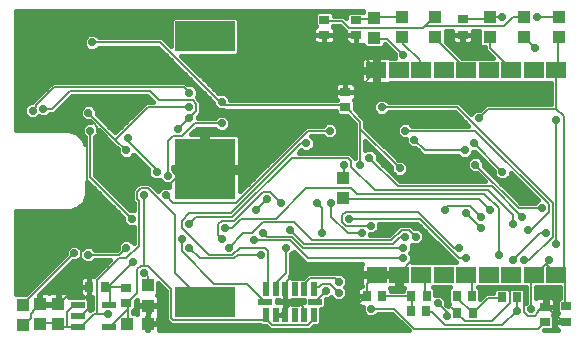
<source format=gbl>
G75*
G70*
%OFA0B0*%
%FSLAX24Y24*%
%IPPOS*%
%LPD*%
%AMOC8*
5,1,8,0,0,1.08239X$1,22.5*
%
%ADD10R,0.0394X0.0433*%
%ADD11R,0.0197X0.0472*%
%ADD12R,0.0472X0.0197*%
%ADD13R,0.0650X0.0551*%
%ADD14R,0.0276X0.0354*%
%ADD15R,0.0354X0.0276*%
%ADD16R,0.0433X0.0394*%
%ADD17R,0.0472X0.0217*%
%ADD18R,0.2000X0.1000*%
%ADD19R,0.2000X0.2000*%
%ADD20C,0.0060*%
%ADD21OC8,0.0280*%
%ADD22C,0.0160*%
D10*
X001093Y001869D03*
X001658Y001891D03*
X002277Y001888D03*
X002277Y002558D03*
X001658Y002560D03*
X001093Y002538D03*
X005275Y002514D03*
X005275Y003184D03*
X011787Y006109D03*
X011787Y006778D03*
D11*
X010795Y003068D03*
X010480Y003068D03*
X010165Y003068D03*
X009850Y003068D03*
X009535Y003068D03*
X009220Y003068D03*
X009220Y002202D03*
X009535Y002202D03*
X009850Y002202D03*
X010165Y002202D03*
X010480Y002202D03*
X010795Y002202D03*
D12*
X010834Y002635D03*
X009181Y002635D03*
D13*
X012891Y003544D03*
X013635Y003544D03*
X014384Y003544D03*
X015132Y003543D03*
X015883Y003545D03*
X016629Y003544D03*
X017382Y003544D03*
X018131Y003544D03*
X018880Y003544D03*
X018875Y010352D03*
X018131Y010351D03*
X017382Y010351D03*
X016634Y010352D03*
X015883Y010350D03*
X015137Y010351D03*
X014384Y010351D03*
X013635Y010351D03*
X012886Y010351D03*
D14*
X003833Y003142D03*
X003322Y003142D03*
X012570Y002824D03*
X013082Y002824D03*
X014051Y002823D03*
X014563Y002823D03*
X014556Y002339D03*
X014044Y002339D03*
X015582Y002258D03*
X016094Y002258D03*
X016072Y002820D03*
X015560Y002820D03*
X017059Y002797D03*
X017571Y002797D03*
D15*
X018493Y002475D03*
X018493Y001964D03*
X019212Y001973D03*
X019212Y002485D03*
X011852Y009124D03*
X011852Y009636D03*
X012207Y011518D03*
X012207Y012030D03*
X011146Y012046D03*
X011146Y011534D03*
X015757Y011542D03*
X015757Y012054D03*
X004552Y003106D03*
X004552Y002595D03*
D16*
X004590Y001914D03*
X005259Y001914D03*
X012812Y011432D03*
X012812Y012101D03*
X013743Y012124D03*
X013743Y011454D03*
X014847Y011461D03*
X014847Y012130D03*
X016662Y012123D03*
X016662Y011454D03*
X017795Y011473D03*
X017795Y012142D03*
X018970Y012127D03*
X018970Y011457D03*
D17*
X003964Y002546D03*
X002940Y002546D03*
X002940Y002172D03*
X002940Y001798D03*
X003964Y001798D03*
D18*
X007167Y002633D03*
X007167Y011483D03*
D19*
X007167Y007058D03*
D20*
X007126Y007022D01*
X006466Y007022D01*
X006046Y006602D01*
X005266Y006602D01*
X003586Y008282D01*
X003586Y008462D01*
X003466Y008582D01*
X002806Y008582D01*
X002806Y009422D01*
X004546Y009422D01*
X005266Y009122D02*
X004186Y008042D01*
X003286Y008942D01*
X002806Y008582D02*
X002806Y008282D01*
X003226Y007862D01*
X003226Y004502D01*
X003046Y004322D01*
X003046Y003122D01*
X003286Y003122D01*
X003322Y003142D01*
X003286Y003122D02*
X003286Y002402D01*
X003106Y002222D01*
X002986Y002222D01*
X002940Y002172D01*
X002926Y002522D02*
X002806Y002522D01*
X002566Y002282D01*
X002566Y001802D01*
X002926Y001802D01*
X002940Y001798D01*
X002986Y001742D01*
X003466Y002222D01*
X003586Y002222D01*
X003586Y003362D01*
X004306Y004082D01*
X004546Y004082D01*
X004966Y004502D01*
X004966Y006002D01*
X004906Y006062D01*
X004906Y006302D01*
X005026Y006422D01*
X005266Y006422D01*
X006166Y005522D01*
X006166Y003602D01*
X007126Y002642D01*
X007167Y002633D01*
X007486Y003242D02*
X008566Y003242D01*
X009166Y002642D01*
X009181Y002635D01*
X009220Y002202D02*
X009226Y002042D01*
X006106Y002042D01*
X006046Y002102D01*
X006046Y003062D01*
X005266Y003842D01*
X005146Y003842D01*
X005146Y006182D01*
X005866Y006182D02*
X006106Y005942D01*
X008206Y005942D01*
X010606Y008342D01*
X011326Y008342D01*
X010546Y007922D02*
X010366Y007922D01*
X008026Y005582D01*
X006646Y005582D01*
X006406Y005342D01*
X006406Y005102D01*
X007306Y004202D01*
X008086Y004202D01*
X008326Y004442D01*
X009166Y004442D01*
X009286Y004322D01*
X009286Y003182D01*
X009226Y003122D01*
X009220Y003068D01*
X009535Y003068D02*
X009586Y003122D01*
X009586Y003302D01*
X009886Y003602D01*
X009886Y004442D01*
X010006Y004682D02*
X008806Y004682D01*
X008746Y004922D02*
X008446Y004922D01*
X007966Y004442D01*
X008266Y004202D02*
X008146Y004082D01*
X007006Y004082D01*
X006646Y004442D01*
X006406Y004322D02*
X007486Y003242D01*
X008266Y004202D02*
X009046Y004202D01*
X009226Y004802D02*
X009106Y004922D01*
X009226Y004802D02*
X010066Y004802D01*
X010426Y004442D01*
X013786Y004442D01*
X013846Y004802D02*
X013666Y004802D01*
X013426Y004562D01*
X010486Y004562D01*
X010006Y005042D01*
X010126Y005282D02*
X009106Y005282D01*
X008746Y004922D01*
X008386Y005402D02*
X008086Y005102D01*
X007846Y005102D01*
X007606Y005222D02*
X007726Y005342D01*
X008146Y005342D01*
X009106Y006302D01*
X009346Y006302D01*
X009706Y005942D01*
X009226Y006062D02*
X008866Y005702D01*
X008386Y005402D02*
X009526Y005402D01*
X010546Y006422D01*
X012046Y006422D01*
X012226Y006242D01*
X016486Y006242D01*
X016966Y005762D01*
X016966Y004202D01*
X017446Y004022D02*
X018346Y004922D01*
X018526Y004922D01*
X018766Y004802D02*
X018766Y005942D01*
X015586Y009122D01*
X013066Y009122D01*
X012346Y008642D02*
X011866Y009122D01*
X011852Y009124D01*
X011806Y009182D01*
X007846Y009182D01*
X007726Y009302D01*
X007666Y009302D01*
X005686Y011282D01*
X003406Y011282D01*
X002146Y009782D02*
X006466Y009782D01*
X006646Y009602D01*
X006766Y009362D02*
X006886Y009242D01*
X006886Y009002D01*
X006646Y008762D01*
X006286Y008402D01*
X006406Y008162D02*
X006106Y008162D01*
X005926Y007982D01*
X005926Y006842D01*
X005566Y006962D02*
X005566Y007022D01*
X004606Y007982D01*
X004606Y008102D01*
X004186Y008042D02*
X004546Y007682D01*
X003346Y008342D02*
X003346Y006782D01*
X004726Y005402D01*
X004546Y004442D02*
X004306Y004202D01*
X003286Y004202D01*
X002806Y004262D02*
X001126Y002582D01*
X001093Y002538D01*
X001426Y002342D02*
X001606Y002522D01*
X001658Y002560D01*
X001666Y002582D01*
X002266Y002582D01*
X002277Y002558D01*
X002326Y002582D01*
X002866Y003122D01*
X002926Y003122D01*
X003046Y003122D01*
X002940Y002546D02*
X002926Y002522D01*
X003586Y002222D02*
X003946Y002222D01*
X003964Y002546D02*
X004006Y002582D01*
X004006Y003122D01*
X003946Y003122D01*
X003833Y003142D01*
X003886Y003122D01*
X003946Y003122D01*
X004786Y003962D01*
X005026Y003842D02*
X005146Y003842D01*
X005026Y003842D02*
X004906Y003722D01*
X004906Y002942D01*
X004606Y002642D01*
X004552Y002595D01*
X004606Y002582D01*
X004606Y002402D01*
X004006Y001802D01*
X003964Y001798D01*
X004590Y001914D02*
X004606Y001922D01*
X004606Y002402D01*
X005266Y002462D02*
X005266Y001922D01*
X005259Y001914D01*
X005266Y001862D01*
X005686Y001862D01*
X005686Y002042D01*
X005686Y001862D02*
X009226Y001862D01*
X009346Y001742D01*
X011446Y001742D01*
X012526Y002822D01*
X012570Y002824D01*
X012586Y002882D01*
X012586Y003242D01*
X012886Y003542D01*
X012891Y003544D01*
X012946Y003542D01*
X013606Y003542D01*
X013635Y003544D01*
X013666Y003602D01*
X014086Y004022D01*
X015346Y004022D01*
X015646Y004082D02*
X014326Y005402D01*
X011986Y005402D01*
X011746Y005522D02*
X011866Y005642D01*
X014266Y005642D01*
X015466Y004442D01*
X015646Y004442D01*
X015646Y004082D02*
X015886Y004082D01*
X015883Y003545D02*
X015886Y003542D01*
X016066Y003362D01*
X016066Y002822D01*
X016072Y002820D01*
X015586Y002762D02*
X015560Y002820D01*
X015586Y002762D02*
X016066Y002282D01*
X016094Y002258D01*
X016126Y002282D01*
X016606Y002762D01*
X017026Y002762D01*
X017059Y002797D01*
X017326Y003002D02*
X017326Y002582D01*
X016726Y001982D01*
X015826Y001982D01*
X015586Y002222D01*
X015582Y002258D01*
X015526Y002282D01*
X015166Y002642D01*
X015166Y002702D01*
X014926Y002942D01*
X014926Y002582D02*
X015226Y002282D01*
X015226Y002162D01*
X015166Y001862D02*
X014746Y002282D01*
X014566Y002282D01*
X014556Y002339D01*
X014086Y002342D02*
X014044Y002339D01*
X014086Y002342D02*
X014086Y002822D01*
X014051Y002823D01*
X014026Y002822D01*
X013126Y002822D01*
X013082Y002824D01*
X012706Y002402D02*
X013486Y002402D01*
X014146Y001742D01*
X018286Y001742D01*
X018466Y001922D01*
X018493Y001964D01*
X018286Y002282D02*
X018166Y002162D01*
X017926Y002162D01*
X017806Y002282D01*
X017806Y003062D01*
X017746Y003122D01*
X017446Y003122D01*
X017326Y003002D01*
X017571Y002797D02*
X017566Y002762D01*
X017566Y002342D01*
X017086Y001862D01*
X015166Y001862D01*
X014563Y002823D02*
X014506Y002882D01*
X014506Y003422D01*
X014386Y003542D01*
X014384Y003544D01*
X013786Y004082D02*
X010606Y004082D01*
X010006Y004682D01*
X010126Y005282D02*
X010726Y004682D01*
X013366Y004682D01*
X013726Y005042D01*
X013966Y005042D01*
X014206Y004802D01*
X015166Y005702D02*
X015286Y005822D01*
X016006Y005822D01*
X016366Y005462D01*
X016366Y005102D02*
X015886Y005582D01*
X016306Y006062D02*
X016666Y005702D01*
X016306Y006062D02*
X011806Y006062D01*
X011787Y006109D01*
X011386Y005942D02*
X011386Y005462D01*
X011926Y004922D01*
X012406Y004922D01*
X012706Y005162D02*
X011866Y005162D01*
X011746Y005282D01*
X011746Y005522D01*
X011086Y005762D02*
X010906Y005942D01*
X011086Y005762D02*
X011086Y004922D01*
X010126Y003542D02*
X012886Y003542D01*
X011626Y003302D02*
X011506Y003422D01*
X010666Y003422D01*
X010486Y003242D01*
X010486Y003122D01*
X010480Y003068D01*
X010795Y003068D02*
X010846Y003122D01*
X010966Y003122D01*
X011086Y003242D01*
X011326Y003242D01*
X011626Y002942D01*
X011206Y003002D02*
X010846Y002642D01*
X010834Y002635D01*
X010426Y002462D02*
X010306Y002582D01*
X010066Y002582D01*
X009886Y002402D01*
X009850Y002202D01*
X009826Y002222D01*
X009706Y002222D01*
X009886Y002402D01*
X009886Y003062D01*
X009850Y003068D01*
X009886Y003122D01*
X009886Y003302D01*
X010126Y003542D01*
X010426Y002462D02*
X010426Y002222D01*
X010480Y002202D01*
X010786Y002162D02*
X010786Y002042D01*
X010606Y001862D01*
X009406Y001862D01*
X009226Y002042D01*
X009226Y002162D01*
X009220Y002202D01*
X009535Y002202D02*
X009586Y002222D01*
X009706Y002222D01*
X010786Y002162D02*
X010795Y002202D01*
X007726Y004742D02*
X007606Y004862D01*
X007606Y005222D01*
X008086Y005462D02*
X006886Y005462D01*
X006646Y005222D01*
X006406Y004742D02*
X006406Y004322D01*
X005266Y003482D02*
X005146Y003602D01*
X005266Y003482D02*
X005266Y003242D01*
X005275Y003184D01*
X004552Y003106D02*
X004546Y003122D01*
X004006Y003122D01*
X005275Y002514D02*
X005266Y002462D01*
X002566Y001802D02*
X002386Y001802D01*
X002326Y001862D01*
X002277Y001888D01*
X002266Y001922D01*
X001666Y001922D01*
X001658Y001891D01*
X001366Y002102D02*
X001366Y002222D01*
X001426Y002282D01*
X001426Y002342D01*
X001366Y002102D02*
X001306Y002042D01*
X001246Y002042D01*
X001126Y001922D01*
X001093Y001869D01*
X008086Y005462D02*
X010066Y007442D01*
X011926Y007442D01*
X012046Y007322D01*
X012046Y007142D01*
X012826Y006362D01*
X016606Y006362D01*
X017446Y005522D01*
X017446Y005222D01*
X017746Y005462D02*
X016726Y006482D01*
X013606Y006482D01*
X012646Y007442D01*
X012346Y007202D02*
X012346Y008402D01*
X013666Y007082D01*
X014506Y007682D02*
X014146Y008042D01*
X013846Y008342D02*
X016186Y008342D01*
X018646Y005882D01*
X018646Y005642D01*
X018046Y005042D01*
X017926Y005042D01*
X018766Y004802D02*
X017986Y004022D01*
X017806Y004022D01*
X018166Y003542D02*
X018526Y003902D01*
X018826Y003602D01*
X018880Y003544D01*
X019126Y003302D01*
X019126Y008822D01*
X018886Y009062D01*
X016606Y009062D01*
X016306Y008762D01*
X016126Y007922D02*
X017086Y006962D01*
X016186Y007202D02*
X017626Y005762D01*
X018406Y005762D01*
X018886Y004562D02*
X018886Y008702D01*
X018886Y009062D02*
X018886Y010322D01*
X018875Y010352D01*
X018886Y010382D01*
X018946Y010442D01*
X018946Y011402D01*
X018970Y011457D01*
X018166Y011102D02*
X017806Y011462D01*
X017795Y011473D01*
X017146Y011822D02*
X017446Y012122D01*
X017746Y012122D01*
X017795Y012142D01*
X018226Y012122D02*
X018946Y012122D01*
X018970Y012127D01*
X017146Y011822D02*
X014506Y011822D01*
X014446Y011762D01*
X011986Y011762D01*
X011746Y012002D01*
X011206Y012002D01*
X011146Y012046D01*
X011146Y011534D02*
X011206Y011522D01*
X011746Y011522D01*
X011806Y011522D01*
X012166Y011522D01*
X012207Y011518D01*
X011746Y011522D02*
X012886Y010382D01*
X012886Y010351D01*
X012886Y010322D01*
X012226Y009662D01*
X011866Y009662D01*
X011852Y009636D01*
X011806Y009662D01*
X007726Y009662D01*
X006766Y009362D02*
X005626Y009362D01*
X005326Y009662D01*
X002686Y009662D01*
X002086Y009062D01*
X001786Y009062D01*
X001546Y009122D02*
X001546Y009182D01*
X002146Y009782D01*
X001546Y009122D02*
X001426Y009002D01*
X005266Y009122D02*
X006646Y009122D01*
X006826Y008582D02*
X006406Y008162D01*
X006826Y008582D02*
X007726Y008582D01*
X011806Y007202D02*
X011806Y006782D01*
X011787Y006778D01*
X012346Y008402D02*
X012346Y008642D01*
X014506Y007682D02*
X015826Y007682D01*
X015883Y010350D02*
X015886Y010382D01*
X014866Y011402D01*
X014847Y011461D01*
X015286Y011522D02*
X015706Y011522D01*
X015757Y011542D01*
X015757Y012054D02*
X015766Y012062D01*
X016546Y012062D01*
X016606Y012122D01*
X016662Y012123D01*
X016666Y012122D01*
X017086Y012122D01*
X016662Y011454D02*
X016666Y011402D01*
X016666Y011102D01*
X017386Y010382D01*
X017382Y010351D01*
X014847Y012130D02*
X014806Y012122D01*
X014506Y011822D01*
X013743Y012124D02*
X013726Y012122D01*
X012826Y012122D01*
X012812Y012101D01*
X012766Y012062D01*
X012226Y012062D01*
X012207Y012030D01*
X012812Y011432D02*
X012826Y011402D01*
X013246Y011402D01*
X013786Y010862D01*
X013786Y011222D02*
X014326Y010682D01*
X014326Y010382D01*
X014384Y010351D01*
X013786Y011222D02*
X013786Y011402D01*
X013743Y011454D01*
X018646Y004022D02*
X018526Y003902D01*
X018880Y003544D02*
X018886Y003542D01*
X019126Y003302D01*
X019186Y003242D01*
X019186Y002522D01*
X019212Y002485D01*
X019066Y001982D02*
X018646Y002402D01*
X018493Y002475D01*
X018526Y002522D01*
X018646Y002402D01*
X018646Y003062D01*
X018466Y002522D02*
X018493Y002475D01*
X018466Y002522D02*
X018286Y002342D01*
X018286Y002282D01*
X018046Y002402D02*
X018046Y003482D01*
X018106Y003542D01*
X018131Y003544D01*
X018166Y003542D01*
X019066Y001982D02*
X019186Y001982D01*
X019212Y001973D01*
D21*
X018046Y002402D03*
X017566Y002342D03*
X018646Y003062D03*
X018646Y004022D03*
X018886Y004562D03*
X018526Y004922D03*
X017926Y005042D03*
X017446Y005222D03*
X017746Y005462D03*
X018406Y005762D03*
X016666Y005702D03*
X016366Y005462D03*
X016366Y005102D03*
X015886Y005582D03*
X015166Y005702D03*
X014206Y004802D03*
X013846Y004802D03*
X013786Y004442D03*
X013786Y004082D03*
X012406Y004922D03*
X012706Y005162D03*
X011986Y005402D03*
X011386Y005942D03*
X010906Y005942D03*
X009706Y005942D03*
X009226Y006062D03*
X008866Y005702D03*
X007846Y005102D03*
X007726Y004742D03*
X007966Y004442D03*
X008806Y004682D03*
X009106Y004922D03*
X009886Y004442D03*
X010006Y005042D03*
X011086Y004922D03*
X009046Y004202D03*
X011206Y003002D03*
X011626Y002942D03*
X011626Y003302D03*
X012706Y002402D03*
X014926Y002582D03*
X014926Y002942D03*
X015226Y002162D03*
X015346Y004022D03*
X015886Y004082D03*
X015646Y004442D03*
X016966Y004202D03*
X017446Y004022D03*
X017806Y004022D03*
X017086Y006962D03*
X016186Y007202D03*
X015826Y007682D03*
X016126Y007922D03*
X016306Y008762D03*
X014146Y008042D03*
X013846Y008342D03*
X013066Y009122D03*
X011326Y008342D03*
X010546Y007922D03*
X011806Y007202D03*
X012346Y007202D03*
X012646Y007442D03*
X013666Y007082D03*
X018886Y008702D03*
X018166Y011102D03*
X018226Y012122D03*
X017086Y012122D03*
X015286Y011522D03*
X013786Y010862D03*
X011806Y011522D03*
X007726Y009662D03*
X007726Y009302D03*
X007726Y008582D03*
X006646Y008762D03*
X006646Y009122D03*
X006646Y009602D03*
X006286Y008402D03*
X004606Y008102D03*
X004546Y007682D03*
X005566Y006962D03*
X005926Y006842D03*
X005866Y006182D03*
X005146Y006182D03*
X004726Y005402D03*
X004546Y004442D03*
X004786Y003962D03*
X005146Y003602D03*
X006646Y004442D03*
X006406Y004742D03*
X006646Y005222D03*
X003286Y004202D03*
X002806Y004262D03*
X002926Y003122D03*
X003946Y002222D03*
X005686Y002042D03*
X003346Y008342D03*
X003286Y008942D03*
X002806Y009422D03*
X001786Y009062D03*
X001426Y009002D03*
X004546Y009422D03*
X003406Y011282D03*
D22*
X003593Y011490D02*
X006027Y011490D01*
X006027Y011331D02*
X005876Y011331D01*
X005756Y011452D02*
X005615Y011452D01*
X003631Y011452D01*
X003521Y011562D01*
X003290Y011562D01*
X003126Y011398D01*
X003126Y011166D01*
X003290Y011002D01*
X003521Y011002D01*
X003631Y011112D01*
X005615Y011112D01*
X007446Y009281D01*
X007446Y009186D01*
X007610Y009022D01*
X007765Y009022D01*
X007775Y009012D01*
X007916Y009012D01*
X011535Y009012D01*
X011535Y008928D01*
X011617Y008846D01*
X011901Y008846D01*
X012176Y008571D01*
X012176Y008472D01*
X012176Y008331D01*
X012176Y007432D01*
X012095Y007512D01*
X011996Y007612D01*
X010296Y007612D01*
X010378Y007694D01*
X010430Y007642D01*
X010661Y007642D01*
X010825Y007806D01*
X010825Y008038D01*
X010691Y008172D01*
X011100Y008172D01*
X011210Y008062D01*
X011441Y008062D01*
X011605Y008226D01*
X011605Y008458D01*
X011441Y008622D01*
X011210Y008622D01*
X011100Y008512D01*
X010676Y008512D01*
X010535Y008512D01*
X008347Y006323D01*
X008347Y006978D01*
X007247Y006978D01*
X007247Y007138D01*
X008347Y007138D01*
X008347Y008133D01*
X008241Y008238D01*
X007247Y008238D01*
X007247Y007138D01*
X007087Y007138D01*
X007087Y008238D01*
X006722Y008238D01*
X006896Y008412D01*
X007500Y008412D01*
X007610Y008302D01*
X007841Y008302D01*
X008005Y008466D01*
X008005Y008698D01*
X007841Y008862D01*
X007610Y008862D01*
X007500Y008752D01*
X006925Y008752D01*
X006925Y008801D01*
X007055Y008931D01*
X007055Y009072D01*
X007055Y009312D01*
X006956Y009412D01*
X006904Y009464D01*
X006925Y009486D01*
X006925Y009718D01*
X006761Y009882D01*
X006606Y009882D01*
X006536Y009952D01*
X006395Y009952D01*
X002075Y009952D01*
X001976Y009852D01*
X001405Y009282D01*
X001310Y009282D01*
X001146Y009118D01*
X001146Y008886D01*
X001310Y008722D01*
X001541Y008722D01*
X001635Y008816D01*
X001670Y008782D01*
X001901Y008782D01*
X002011Y008892D01*
X002015Y008892D01*
X002156Y008892D01*
X002756Y009492D01*
X005255Y009492D01*
X005455Y009292D01*
X005336Y009292D01*
X005195Y009292D01*
X004185Y008282D01*
X003565Y008902D01*
X003565Y009058D01*
X003401Y009222D01*
X003170Y009222D01*
X003006Y009058D01*
X003006Y008826D01*
X003170Y008662D01*
X003325Y008662D01*
X003365Y008622D01*
X003230Y008622D01*
X003066Y008458D01*
X003066Y008226D01*
X003176Y008116D01*
X003176Y007908D01*
X003126Y008028D01*
X002901Y008253D01*
X002901Y008253D01*
X002607Y008375D01*
X002522Y008375D01*
X002454Y008375D01*
X002448Y008375D01*
X002373Y008375D01*
X000885Y008375D01*
X000885Y012345D01*
X012456Y012345D01*
X012456Y012294D01*
X012442Y012308D01*
X011972Y012308D01*
X011890Y012226D01*
X011890Y012098D01*
X011816Y012172D01*
X011675Y012172D01*
X011463Y012172D01*
X011463Y012242D01*
X011381Y012324D01*
X010911Y012324D01*
X010829Y012242D01*
X010829Y011850D01*
X010861Y011818D01*
X010789Y011746D01*
X010789Y011534D01*
X011146Y011534D01*
X011146Y011534D01*
X010789Y011534D01*
X010789Y011322D01*
X010894Y011216D01*
X011146Y011216D01*
X011146Y011534D01*
X011146Y011534D01*
X011146Y011216D01*
X011398Y011216D01*
X011503Y011322D01*
X011503Y011534D01*
X011503Y011746D01*
X011431Y011818D01*
X011445Y011832D01*
X011675Y011832D01*
X011816Y011691D01*
X011850Y011657D01*
X011850Y011518D01*
X011850Y011306D01*
X011955Y011200D01*
X012206Y011200D01*
X012206Y011518D01*
X011850Y011518D01*
X012206Y011518D01*
X012206Y011518D01*
X012207Y011518D01*
X012207Y011200D01*
X012456Y011200D01*
X012456Y011177D01*
X012538Y011095D01*
X013087Y011095D01*
X013169Y011177D01*
X013169Y011232D01*
X013175Y011232D01*
X013506Y010901D01*
X013506Y010766D01*
X013325Y010766D01*
X013285Y010806D01*
X012944Y010806D01*
X012944Y010409D01*
X012828Y010409D01*
X012828Y010806D01*
X012487Y010806D01*
X012381Y010701D01*
X012381Y010409D01*
X012828Y010409D01*
X012828Y010293D01*
X012381Y010293D01*
X012381Y010001D01*
X012487Y009895D01*
X012828Y009895D01*
X012828Y010293D01*
X012944Y010293D01*
X012944Y009895D01*
X013285Y009895D01*
X013325Y009935D01*
X014018Y009935D01*
X014018Y009936D01*
X014767Y009936D01*
X015499Y009936D01*
X015500Y009935D01*
X016266Y009935D01*
X016267Y009936D01*
X016998Y009936D01*
X016999Y009936D01*
X017748Y009936D01*
X018513Y009936D01*
X018514Y009936D01*
X018716Y009936D01*
X018716Y009232D01*
X016676Y009232D01*
X016535Y009232D01*
X016345Y009042D01*
X016190Y009042D01*
X016048Y008900D01*
X015755Y009192D01*
X015656Y009292D01*
X013291Y009292D01*
X013181Y009402D01*
X012950Y009402D01*
X012786Y009238D01*
X012786Y009006D01*
X012950Y008842D01*
X013181Y008842D01*
X013291Y008952D01*
X015515Y008952D01*
X015955Y008512D01*
X014071Y008512D01*
X013961Y008622D01*
X013730Y008622D01*
X013566Y008458D01*
X013566Y008226D01*
X013730Y008062D01*
X013866Y008062D01*
X013866Y007926D01*
X014030Y007762D01*
X014185Y007762D01*
X014435Y007512D01*
X014576Y007512D01*
X015600Y007512D01*
X015710Y007402D01*
X015941Y007402D01*
X016105Y007566D01*
X016105Y007642D01*
X016165Y007642D01*
X016806Y007001D01*
X016806Y006846D01*
X016970Y006682D01*
X017201Y006682D01*
X017365Y006846D01*
X017365Y006921D01*
X018267Y006019D01*
X018180Y005932D01*
X017696Y005932D01*
X016465Y007162D01*
X016465Y007318D01*
X016301Y007482D01*
X016070Y007482D01*
X015906Y007318D01*
X015906Y007086D01*
X016070Y006922D01*
X016225Y006922D01*
X016495Y006652D01*
X013676Y006652D01*
X012925Y007402D01*
X012925Y007558D01*
X012761Y007722D01*
X012530Y007722D01*
X012515Y007708D01*
X012515Y007991D01*
X013386Y007121D01*
X013386Y006966D01*
X013550Y006802D01*
X013781Y006802D01*
X013945Y006966D01*
X013945Y007198D01*
X013781Y007362D01*
X013626Y007362D01*
X012515Y008472D01*
X012515Y008571D01*
X012515Y008712D01*
X012169Y009059D01*
X012169Y009320D01*
X012137Y009352D01*
X012209Y009423D01*
X012209Y009636D01*
X012209Y009848D01*
X012104Y009954D01*
X011852Y009954D01*
X011852Y009636D01*
X011852Y009636D01*
X011852Y009954D01*
X011600Y009954D01*
X011495Y009848D01*
X011495Y009636D01*
X011852Y009636D01*
X012209Y009636D01*
X011852Y009636D01*
X011852Y009636D01*
X011852Y009636D01*
X011495Y009636D01*
X011495Y009423D01*
X011567Y009352D01*
X008005Y009352D01*
X008005Y009418D01*
X007841Y009582D01*
X007626Y009582D01*
X006365Y010843D01*
X008225Y010843D01*
X008307Y010925D01*
X008307Y012041D01*
X008225Y012123D01*
X006109Y012123D01*
X006027Y012041D01*
X006027Y011181D01*
X005756Y011452D01*
X006027Y011649D02*
X000885Y011649D01*
X000885Y011807D02*
X006027Y011807D01*
X006027Y011966D02*
X000885Y011966D01*
X000885Y012124D02*
X010829Y012124D01*
X010829Y011966D02*
X008307Y011966D01*
X008307Y011807D02*
X010850Y011807D01*
X010789Y011649D02*
X008307Y011649D01*
X008307Y011490D02*
X010789Y011490D01*
X010789Y011331D02*
X008307Y011331D01*
X008307Y011173D02*
X012459Y011173D01*
X012207Y011331D02*
X012206Y011331D01*
X012206Y011490D02*
X012207Y011490D01*
X011850Y011490D02*
X011503Y011490D01*
X011503Y011534D02*
X011147Y011534D01*
X011503Y011534D01*
X011503Y011649D02*
X011850Y011649D01*
X011700Y011807D02*
X011443Y011807D01*
X011147Y011534D02*
X011147Y011534D01*
X011146Y011490D02*
X011146Y011490D01*
X011146Y011331D02*
X011146Y011331D01*
X011503Y011331D02*
X011850Y011331D01*
X012381Y010697D02*
X006510Y010697D01*
X006669Y010539D02*
X012381Y010539D01*
X012381Y010222D02*
X006986Y010222D01*
X006827Y010380D02*
X012828Y010380D01*
X012828Y010222D02*
X012944Y010222D01*
X012944Y010063D02*
X012828Y010063D01*
X012828Y009905D02*
X012944Y009905D01*
X013295Y009905D02*
X018716Y009905D01*
X018716Y009746D02*
X012209Y009746D01*
X012209Y009587D02*
X018716Y009587D01*
X018716Y009429D02*
X012209Y009429D01*
X012169Y009270D02*
X012818Y009270D01*
X012786Y009112D02*
X012169Y009112D01*
X012274Y008953D02*
X012838Y008953D01*
X012433Y008795D02*
X015672Y008795D01*
X015831Y008636D02*
X012515Y008636D01*
X012515Y008478D02*
X013585Y008478D01*
X013566Y008319D02*
X012669Y008319D01*
X012827Y008161D02*
X013631Y008161D01*
X013866Y008002D02*
X012986Y008002D01*
X013144Y007843D02*
X013948Y007843D01*
X014262Y007685D02*
X013303Y007685D01*
X013461Y007526D02*
X014420Y007526D01*
X013934Y007209D02*
X015906Y007209D01*
X015941Y007051D02*
X013945Y007051D01*
X013872Y006892D02*
X016255Y006892D01*
X016413Y006734D02*
X013594Y006734D01*
X013459Y006892D02*
X013435Y006892D01*
X013386Y007051D02*
X013277Y007051D01*
X013298Y007209D02*
X013118Y007209D01*
X013139Y007368D02*
X012960Y007368D01*
X012980Y007526D02*
X012925Y007526D01*
X012822Y007685D02*
X012798Y007685D01*
X012663Y007843D02*
X012515Y007843D01*
X012176Y007843D02*
X010825Y007843D01*
X010825Y008002D02*
X012176Y008002D01*
X012176Y008161D02*
X011540Y008161D01*
X011605Y008319D02*
X012176Y008319D01*
X012176Y008478D02*
X011586Y008478D01*
X011952Y008795D02*
X007908Y008795D01*
X008005Y008636D02*
X012111Y008636D01*
X011535Y008953D02*
X007055Y008953D01*
X006925Y008795D02*
X007543Y008795D01*
X008005Y008478D02*
X010501Y008478D01*
X010343Y008319D02*
X007859Y008319D01*
X007592Y008319D02*
X006803Y008319D01*
X007087Y008161D02*
X007247Y008161D01*
X007247Y008002D02*
X007087Y008002D01*
X007087Y007843D02*
X007247Y007843D01*
X007247Y007685D02*
X007087Y007685D01*
X007087Y007526D02*
X007247Y007526D01*
X007247Y007368D02*
X007087Y007368D01*
X007087Y007209D02*
X007247Y007209D01*
X007247Y007051D02*
X009074Y007051D01*
X009233Y007209D02*
X008347Y007209D01*
X008347Y007368D02*
X009391Y007368D01*
X009550Y007526D02*
X008347Y007526D01*
X008347Y007685D02*
X009708Y007685D01*
X009867Y007843D02*
X008347Y007843D01*
X008347Y008002D02*
X010025Y008002D01*
X010184Y008161D02*
X008319Y008161D01*
X007087Y007138D02*
X006095Y007138D01*
X006095Y007068D01*
X006185Y006978D01*
X007087Y006978D01*
X007087Y007138D01*
X007087Y007051D02*
X006112Y007051D01*
X005987Y006562D02*
X005810Y006562D01*
X005685Y006686D01*
X005681Y006682D01*
X005450Y006682D01*
X005286Y006846D01*
X005286Y007061D01*
X004803Y007544D01*
X004661Y007402D01*
X004430Y007402D01*
X004266Y007566D01*
X004266Y007721D01*
X004115Y007872D01*
X004016Y007971D01*
X003625Y008361D01*
X003625Y008226D01*
X003515Y008116D01*
X003515Y006852D01*
X004686Y005682D01*
X004796Y005682D01*
X004796Y005931D01*
X004736Y005991D01*
X004736Y006231D01*
X004736Y006372D01*
X004856Y006492D01*
X004955Y006592D01*
X005195Y006592D01*
X005336Y006592D01*
X005608Y006320D01*
X005750Y006462D01*
X005981Y006462D01*
X005987Y006456D01*
X005987Y006562D01*
X005796Y006575D02*
X005352Y006575D01*
X005398Y006734D02*
X003634Y006734D01*
X003515Y006892D02*
X005286Y006892D01*
X005286Y007051D02*
X003515Y007051D01*
X003515Y007209D02*
X005138Y007209D01*
X004979Y007368D02*
X003515Y007368D01*
X003515Y007526D02*
X004305Y007526D01*
X004266Y007685D02*
X003515Y007685D01*
X003515Y007843D02*
X004143Y007843D01*
X003985Y008002D02*
X003515Y008002D01*
X003560Y008161D02*
X003826Y008161D01*
X003668Y008319D02*
X003625Y008319D01*
X003831Y008636D02*
X004540Y008636D01*
X004698Y008795D02*
X003673Y008795D01*
X003565Y008953D02*
X004857Y008953D01*
X005015Y009112D02*
X003511Y009112D01*
X003060Y009112D02*
X002376Y009112D01*
X002535Y009270D02*
X005174Y009270D01*
X005318Y009429D02*
X002693Y009429D01*
X003006Y008953D02*
X002217Y008953D01*
X001914Y008795D02*
X003037Y008795D01*
X003085Y008478D02*
X000885Y008478D01*
X000885Y008636D02*
X003351Y008636D01*
X003066Y008319D02*
X002741Y008319D01*
X002607Y008375D02*
X002607Y008375D01*
X002522Y008375D02*
X002522Y008375D01*
X002993Y008161D02*
X003131Y008161D01*
X003126Y008028D02*
X003126Y008028D01*
X003137Y008002D02*
X003176Y008002D01*
X003990Y008478D02*
X004381Y008478D01*
X004222Y008319D02*
X004149Y008319D01*
X004786Y007526D02*
X004820Y007526D01*
X004939Y006575D02*
X003792Y006575D01*
X003951Y006417D02*
X004780Y006417D01*
X004736Y006258D02*
X004110Y006258D01*
X004268Y006099D02*
X004736Y006099D01*
X004786Y005941D02*
X004427Y005941D01*
X004585Y005782D02*
X004796Y005782D01*
X004446Y005441D02*
X004446Y005286D01*
X004610Y005122D01*
X004796Y005122D01*
X004796Y004588D01*
X004661Y004722D01*
X004430Y004722D01*
X004266Y004558D01*
X004266Y004402D01*
X004235Y004372D01*
X003511Y004372D01*
X003401Y004482D01*
X003170Y004482D01*
X003075Y004388D01*
X002921Y004542D01*
X002690Y004542D01*
X002526Y004378D01*
X002526Y004222D01*
X001198Y002894D01*
X000885Y002894D01*
X000885Y005652D01*
X002643Y005652D01*
X002703Y005652D01*
X002703Y005652D01*
X002953Y005756D01*
X003144Y005947D01*
X003248Y006197D01*
X003248Y006332D01*
X003248Y006407D01*
X003248Y006639D01*
X004446Y005441D01*
X004421Y005465D02*
X000885Y005465D01*
X000885Y005307D02*
X004446Y005307D01*
X004583Y005148D02*
X000885Y005148D01*
X000885Y004990D02*
X004796Y004990D01*
X004796Y004831D02*
X000885Y004831D01*
X000885Y004673D02*
X004380Y004673D01*
X004266Y004514D02*
X002949Y004514D01*
X002662Y004514D02*
X000885Y004514D01*
X000885Y004356D02*
X002526Y004356D01*
X002500Y004197D02*
X000885Y004197D01*
X000885Y004038D02*
X002342Y004038D01*
X002183Y003880D02*
X000885Y003880D01*
X000885Y003721D02*
X002025Y003721D01*
X001866Y003563D02*
X000885Y003563D01*
X000885Y003404D02*
X001708Y003404D01*
X001549Y003246D02*
X000885Y003246D01*
X000885Y003087D02*
X001391Y003087D01*
X001232Y002929D02*
X000885Y002929D01*
X001639Y002855D02*
X001639Y002579D01*
X001676Y002579D01*
X001676Y002892D01*
X001639Y002855D01*
X001639Y002770D02*
X001676Y002770D01*
X001676Y002612D02*
X001639Y002612D01*
X001676Y002579D02*
X001900Y002579D01*
X001900Y002576D01*
X002258Y002576D01*
X002258Y002539D01*
X002034Y002539D01*
X002034Y002542D01*
X001676Y002542D01*
X001676Y002579D01*
X001969Y002917D02*
X001929Y002957D01*
X001741Y002957D01*
X002766Y003982D01*
X002921Y003982D01*
X003015Y004076D01*
X003170Y003922D01*
X003401Y003922D01*
X003511Y004032D01*
X004015Y004032D01*
X003483Y003499D01*
X003322Y003499D01*
X003322Y003143D01*
X003321Y003143D01*
X003321Y003499D01*
X003109Y003499D01*
X003004Y003394D01*
X003004Y003142D01*
X003004Y002891D01*
X003100Y002794D01*
X002654Y002794D01*
X002654Y002849D01*
X002548Y002954D01*
X002295Y002954D01*
X002295Y002576D01*
X002258Y002576D01*
X002258Y002954D01*
X002006Y002954D01*
X001969Y002917D01*
X001957Y002929D02*
X001980Y002929D01*
X001871Y003087D02*
X003004Y003087D01*
X003004Y003142D02*
X003321Y003142D01*
X003321Y003142D01*
X003004Y003142D01*
X003004Y003246D02*
X002030Y003246D01*
X002188Y003404D02*
X003014Y003404D01*
X003321Y003404D02*
X003322Y003404D01*
X003321Y003246D02*
X003322Y003246D01*
X003322Y003142D02*
X003322Y002785D01*
X003416Y002785D01*
X003416Y002392D01*
X003395Y002392D01*
X003356Y002353D01*
X003356Y002355D01*
X003316Y002395D01*
X003316Y002712D01*
X003243Y002785D01*
X003321Y002785D01*
X003321Y003142D01*
X003322Y003142D01*
X003321Y003087D02*
X003322Y003087D01*
X003321Y002929D02*
X003322Y002929D01*
X003258Y002770D02*
X003416Y002770D01*
X003416Y002612D02*
X003316Y002612D01*
X003316Y002453D02*
X003416Y002453D01*
X003004Y002929D02*
X002574Y002929D01*
X002295Y002929D02*
X002258Y002929D01*
X002258Y002770D02*
X002295Y002770D01*
X002295Y002612D02*
X002258Y002612D01*
X002347Y003563D02*
X003546Y003563D01*
X003705Y003721D02*
X002505Y003721D01*
X002664Y003880D02*
X003863Y003880D01*
X003053Y004038D02*
X002978Y004038D01*
X004711Y004673D02*
X004796Y004673D01*
X004263Y005624D02*
X000885Y005624D01*
X002953Y005756D02*
X002953Y005756D01*
X002980Y005782D02*
X004104Y005782D01*
X003946Y005941D02*
X003138Y005941D01*
X003144Y005947D02*
X003144Y005947D01*
X003207Y006099D02*
X003787Y006099D01*
X003629Y006258D02*
X003248Y006258D01*
X003248Y006197D02*
X003248Y006197D01*
X003248Y006417D02*
X003470Y006417D01*
X003312Y006575D02*
X003248Y006575D01*
X005511Y006417D02*
X005704Y006417D01*
X008347Y006417D02*
X008440Y006417D01*
X008347Y006575D02*
X008599Y006575D01*
X008757Y006734D02*
X008347Y006734D01*
X008347Y006892D02*
X008916Y006892D01*
X010369Y007685D02*
X010386Y007685D01*
X010705Y007685D02*
X012176Y007685D01*
X012176Y007526D02*
X012081Y007526D01*
X011111Y008161D02*
X010703Y008161D01*
X011495Y009429D02*
X007994Y009429D01*
X007620Y009587D02*
X011495Y009587D01*
X011495Y009746D02*
X007462Y009746D01*
X007139Y009587D02*
X006925Y009587D01*
X006939Y009429D02*
X007298Y009429D01*
X007446Y009270D02*
X007055Y009270D01*
X007055Y009112D02*
X007519Y009112D01*
X006981Y009746D02*
X006897Y009746D01*
X006822Y009905D02*
X006583Y009905D01*
X006664Y010063D02*
X000885Y010063D01*
X000885Y009905D02*
X002028Y009905D01*
X001869Y009746D02*
X000885Y009746D01*
X000885Y009587D02*
X001711Y009587D01*
X001552Y009429D02*
X000885Y009429D01*
X000885Y009270D02*
X001298Y009270D01*
X001146Y009112D02*
X000885Y009112D01*
X000885Y008953D02*
X001146Y008953D01*
X001237Y008795D02*
X000885Y008795D01*
X001614Y008795D02*
X001657Y008795D01*
X000885Y010222D02*
X006505Y010222D01*
X006347Y010380D02*
X000885Y010380D01*
X000885Y010539D02*
X006188Y010539D01*
X006030Y010697D02*
X000885Y010697D01*
X000885Y010856D02*
X005871Y010856D01*
X005712Y011014D02*
X003534Y011014D01*
X003277Y011014D02*
X000885Y011014D01*
X000885Y011173D02*
X003126Y011173D01*
X003126Y011331D02*
X000885Y011331D01*
X000885Y011490D02*
X003218Y011490D01*
X000885Y012283D02*
X010870Y012283D01*
X011422Y012283D02*
X011947Y012283D01*
X011890Y012124D02*
X011863Y012124D01*
X013165Y011173D02*
X013234Y011173D01*
X013392Y011014D02*
X008307Y011014D01*
X008237Y010856D02*
X013506Y010856D01*
X012944Y010697D02*
X012828Y010697D01*
X012828Y010539D02*
X012944Y010539D01*
X012381Y010063D02*
X007144Y010063D01*
X007303Y009905D02*
X011551Y009905D01*
X011852Y009905D02*
X011852Y009905D01*
X012153Y009905D02*
X012477Y009905D01*
X011852Y009746D02*
X011852Y009746D01*
X015203Y011304D02*
X015203Y011652D01*
X015399Y011652D01*
X015399Y011543D01*
X015756Y011543D01*
X015756Y011542D01*
X015399Y011542D01*
X015399Y011330D01*
X015505Y011225D01*
X015756Y011225D01*
X015756Y011542D01*
X015757Y011542D01*
X015757Y011543D01*
X016114Y011543D01*
X016114Y011652D01*
X016305Y011652D01*
X016305Y011199D01*
X016387Y011117D01*
X016496Y011117D01*
X016496Y011031D01*
X016759Y010767D01*
X016251Y010767D01*
X016249Y010766D01*
X015742Y010766D01*
X015203Y011304D01*
X015203Y011331D02*
X015399Y011331D01*
X015399Y011490D02*
X015203Y011490D01*
X015203Y011649D02*
X015399Y011649D01*
X015757Y011542D02*
X015757Y011225D01*
X016008Y011225D01*
X016114Y011330D01*
X016114Y011542D01*
X015757Y011542D01*
X015756Y011490D02*
X015757Y011490D01*
X015756Y011331D02*
X015757Y011331D01*
X016114Y011331D02*
X016305Y011331D01*
X016305Y011490D02*
X016114Y011490D01*
X016114Y011649D02*
X016305Y011649D01*
X016332Y011173D02*
X015335Y011173D01*
X015493Y011014D02*
X016512Y011014D01*
X016671Y010856D02*
X015652Y010856D01*
X017748Y009936D02*
X017748Y009936D01*
X018716Y009270D02*
X015677Y009270D01*
X015836Y009112D02*
X016415Y009112D01*
X016101Y008953D02*
X015994Y008953D01*
X016066Y007526D02*
X016280Y007526D01*
X016415Y007368D02*
X016439Y007368D01*
X016465Y007209D02*
X016598Y007209D01*
X016577Y007051D02*
X016756Y007051D01*
X016735Y006892D02*
X016806Y006892D01*
X016894Y006734D02*
X016918Y006734D01*
X017052Y006575D02*
X017712Y006575D01*
X017553Y006734D02*
X017253Y006734D01*
X017365Y006892D02*
X017395Y006892D01*
X017211Y006417D02*
X017870Y006417D01*
X018029Y006258D02*
X017370Y006258D01*
X017528Y006099D02*
X018187Y006099D01*
X018189Y005941D02*
X017687Y005941D01*
X015956Y007368D02*
X013620Y007368D01*
X012985Y005232D02*
X014255Y005232D01*
X015526Y003961D01*
X015500Y003961D01*
X015498Y003959D01*
X014768Y003959D01*
X014767Y003959D01*
X014075Y003959D01*
X014065Y003969D01*
X014065Y004198D01*
X014001Y004262D01*
X014065Y004326D01*
X014065Y004546D01*
X014090Y004522D01*
X014321Y004522D01*
X014485Y004686D01*
X014485Y004918D01*
X014321Y005082D01*
X014166Y005082D01*
X014135Y005112D01*
X014036Y005212D01*
X013796Y005212D01*
X013655Y005212D01*
X013295Y004852D01*
X012685Y004852D01*
X012685Y004882D01*
X012821Y004882D01*
X012985Y005046D01*
X012985Y005232D01*
X012985Y005148D02*
X013592Y005148D01*
X013433Y004990D02*
X012929Y004990D01*
X014065Y004514D02*
X014973Y004514D01*
X015131Y004356D02*
X014065Y004356D01*
X014065Y004197D02*
X015290Y004197D01*
X015448Y004038D02*
X014065Y004038D01*
X013577Y003602D02*
X013396Y003602D01*
X013396Y003601D01*
X012949Y003601D01*
X012949Y003486D01*
X013130Y003486D01*
X013130Y003486D01*
X013577Y003486D01*
X013577Y003602D01*
X013577Y003563D02*
X012949Y003563D01*
X012833Y003563D02*
X011760Y003563D01*
X011741Y003582D02*
X011586Y003582D01*
X011576Y003592D01*
X011435Y003592D01*
X010595Y003592D01*
X010496Y003492D01*
X010448Y003444D01*
X010323Y003444D01*
X010322Y003443D01*
X010321Y003444D01*
X010063Y003444D01*
X010023Y003484D01*
X010009Y003484D01*
X010055Y003531D01*
X010055Y003672D01*
X010055Y004216D01*
X010143Y004304D01*
X010535Y003912D01*
X010676Y003912D01*
X012404Y003912D01*
X012386Y003894D01*
X012386Y003601D01*
X012833Y003601D01*
X012833Y003486D01*
X012386Y003486D01*
X012386Y003193D01*
X012399Y003181D01*
X012357Y003181D01*
X012252Y003076D01*
X012252Y002824D01*
X012569Y002824D01*
X012569Y002824D01*
X012252Y002824D01*
X012252Y002572D01*
X012357Y002467D01*
X012426Y002467D01*
X012426Y002286D01*
X012590Y002122D01*
X012821Y002122D01*
X012931Y002232D01*
X013415Y002232D01*
X013965Y001682D01*
X005656Y001682D01*
X005656Y001896D01*
X005278Y001896D01*
X005278Y001932D01*
X005656Y001932D01*
X005656Y002185D01*
X005635Y002206D01*
X005652Y002223D01*
X005652Y002496D01*
X005294Y002496D01*
X005294Y002533D01*
X005652Y002533D01*
X005652Y002805D01*
X005580Y002877D01*
X005612Y002909D01*
X005612Y003255D01*
X005876Y002991D01*
X005876Y002172D01*
X005876Y002031D01*
X005936Y001971D01*
X006035Y001872D01*
X009018Y001872D01*
X009063Y001826D01*
X009201Y001826D01*
X009236Y001791D01*
X009335Y001692D01*
X010535Y001692D01*
X010676Y001692D01*
X010810Y001826D01*
X010951Y001826D01*
X011033Y001908D01*
X011033Y002397D01*
X011128Y002397D01*
X011210Y002479D01*
X011210Y002722D01*
X011321Y002722D01*
X011385Y002786D01*
X011510Y002662D01*
X011741Y002662D01*
X011905Y002826D01*
X011905Y003058D01*
X011841Y003122D01*
X011905Y003186D01*
X011905Y003418D01*
X011741Y003582D01*
X011905Y003404D02*
X012386Y003404D01*
X012386Y003246D02*
X011905Y003246D01*
X011876Y003087D02*
X012263Y003087D01*
X012252Y002929D02*
X011905Y002929D01*
X011850Y002770D02*
X012252Y002770D01*
X012252Y002612D02*
X011210Y002612D01*
X011185Y002453D02*
X012426Y002453D01*
X012426Y002294D02*
X011033Y002294D01*
X011033Y002136D02*
X012575Y002136D01*
X012836Y002136D02*
X013511Y002136D01*
X013669Y001977D02*
X011033Y001977D01*
X010803Y001819D02*
X013828Y001819D01*
X015205Y002542D02*
X015205Y002698D01*
X015041Y002862D01*
X014841Y002862D01*
X014841Y003058D01*
X014771Y003128D01*
X015354Y003128D01*
X015282Y003056D01*
X015282Y002585D01*
X015311Y002557D01*
X015264Y002510D01*
X015264Y002483D01*
X015205Y002542D01*
X015205Y002612D02*
X015282Y002612D01*
X015282Y002770D02*
X015133Y002770D01*
X015282Y002929D02*
X014841Y002929D01*
X014812Y003087D02*
X015314Y003087D01*
X016277Y003128D02*
X016999Y003128D01*
X017765Y003128D01*
X017765Y003129D01*
X017876Y003129D01*
X017876Y002628D01*
X017849Y002601D01*
X017849Y003032D01*
X017767Y003114D01*
X017375Y003114D01*
X017315Y003054D01*
X017255Y003114D01*
X016863Y003114D01*
X016781Y003032D01*
X016781Y002932D01*
X016676Y002932D01*
X016535Y002932D01*
X016349Y002746D01*
X016349Y003056D01*
X016277Y003128D01*
X016318Y003087D02*
X016836Y003087D01*
X016532Y002929D02*
X016349Y002929D01*
X016349Y002770D02*
X016374Y002770D01*
X017282Y003087D02*
X017348Y003087D01*
X017794Y003087D02*
X017876Y003087D01*
X017876Y002929D02*
X017849Y002929D01*
X017849Y002770D02*
X017876Y002770D01*
X017859Y002612D02*
X017849Y002612D01*
X018215Y002767D02*
X018215Y003129D01*
X018497Y003129D01*
X019016Y003129D01*
X019016Y002763D01*
X018977Y002763D01*
X018895Y002681D01*
X018895Y002289D01*
X018927Y002258D01*
X018855Y002186D01*
X018855Y001974D01*
X019211Y001974D01*
X019211Y001973D01*
X018855Y001973D01*
X018855Y001761D01*
X018934Y001682D01*
X018466Y001682D01*
X018470Y001686D01*
X018728Y001686D01*
X018810Y001768D01*
X018810Y002159D01*
X018778Y002191D01*
X018850Y002263D01*
X018850Y002475D01*
X018494Y002475D01*
X018494Y002476D01*
X018850Y002476D01*
X018850Y002688D01*
X018745Y002793D01*
X018493Y002793D01*
X018241Y002793D01*
X018215Y002767D01*
X018215Y002770D02*
X018218Y002770D01*
X018215Y002929D02*
X019016Y002929D01*
X019016Y002770D02*
X018768Y002770D01*
X018850Y002612D02*
X018895Y002612D01*
X018895Y002453D02*
X018850Y002453D01*
X018850Y002294D02*
X018895Y002294D01*
X018855Y002136D02*
X018810Y002136D01*
X018810Y001977D02*
X018855Y001977D01*
X018855Y001819D02*
X018810Y001819D01*
X018493Y002476D02*
X018493Y002476D01*
X018493Y002793D01*
X018493Y002476D01*
X018493Y002612D02*
X018493Y002612D01*
X018493Y002770D02*
X018493Y002770D01*
X018215Y003087D02*
X019016Y003087D01*
X014814Y004673D02*
X014472Y004673D01*
X014485Y004831D02*
X014656Y004831D01*
X014497Y004990D02*
X014413Y004990D01*
X014339Y005148D02*
X014099Y005148D01*
X012386Y003880D02*
X010055Y003880D01*
X010055Y003721D02*
X012386Y003721D01*
X013330Y003088D02*
X013359Y003059D01*
X013359Y002992D01*
X013773Y002992D01*
X013773Y003058D01*
X013803Y003088D01*
X013693Y003088D01*
X013693Y003486D01*
X013577Y003486D01*
X013577Y003088D01*
X013330Y003088D01*
X013331Y003087D02*
X013802Y003087D01*
X013693Y003246D02*
X013577Y003246D01*
X013577Y003404D02*
X013693Y003404D01*
X011401Y002770D02*
X011370Y002770D01*
X010458Y002692D02*
X010458Y002618D01*
X010307Y002618D01*
X010267Y002578D01*
X010063Y002578D01*
X010023Y002618D01*
X009850Y002618D01*
X009850Y002202D01*
X009850Y002202D01*
X009850Y002618D01*
X009677Y002618D01*
X009557Y002618D01*
X009557Y002692D01*
X009637Y002692D01*
X009677Y002652D01*
X009850Y002652D01*
X010023Y002652D01*
X010063Y002692D01*
X010321Y002692D01*
X010322Y002693D01*
X010323Y002692D01*
X010458Y002692D01*
X010300Y002612D02*
X010029Y002612D01*
X009850Y002612D02*
X009850Y002612D01*
X009850Y002652D02*
X009850Y003068D01*
X009850Y003068D01*
X009850Y002652D01*
X009850Y002770D02*
X009850Y002770D01*
X009850Y002929D02*
X009850Y002929D01*
X009850Y002453D02*
X009850Y002453D01*
X009850Y002294D02*
X009850Y002294D01*
X009849Y002202D02*
X009849Y002202D01*
X009571Y002202D01*
X009849Y002202D01*
X009571Y002202D02*
X009535Y002202D01*
X009535Y002202D01*
X009571Y002202D01*
X009208Y001819D02*
X005656Y001819D01*
X005656Y001977D02*
X005929Y001977D01*
X005876Y002136D02*
X005656Y002136D01*
X005652Y002294D02*
X005876Y002294D01*
X005876Y002453D02*
X005652Y002453D01*
X005652Y002612D02*
X005876Y002612D01*
X005876Y002770D02*
X005652Y002770D01*
X005612Y002929D02*
X005876Y002929D01*
X005780Y003087D02*
X005612Y003087D01*
X005612Y003246D02*
X005621Y003246D01*
X004898Y002694D02*
X004898Y002533D01*
X005257Y002533D01*
X005257Y002496D01*
X005294Y002496D01*
X005294Y002291D01*
X005278Y002291D01*
X005278Y001933D01*
X005241Y001933D01*
X005241Y002118D01*
X005257Y002118D01*
X005257Y002496D01*
X004898Y002496D01*
X004898Y002223D01*
X004900Y002222D01*
X004896Y002219D01*
X004864Y002251D01*
X004775Y002251D01*
X004775Y002317D01*
X004787Y002317D01*
X004869Y002399D01*
X004869Y002665D01*
X004898Y002694D01*
X004898Y002612D02*
X004869Y002612D01*
X004869Y002453D02*
X004898Y002453D01*
X004898Y002294D02*
X004775Y002294D01*
X005257Y002294D02*
X005294Y002294D01*
X005294Y002453D02*
X005257Y002453D01*
X005257Y002136D02*
X005278Y002136D01*
X005278Y001977D02*
X005241Y001977D01*
X005241Y001895D02*
X005278Y001895D01*
X005278Y001682D01*
X005241Y001682D01*
X005241Y001895D01*
X005241Y001819D02*
X005278Y001819D01*
X010055Y003563D02*
X010566Y003563D01*
X010408Y004038D02*
X010055Y004038D01*
X010055Y004197D02*
X010250Y004197D01*
M02*

</source>
